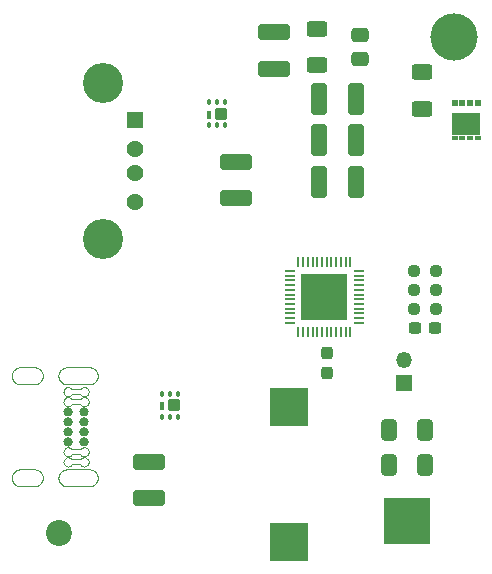
<source format=gbr>
%TF.GenerationSoftware,KiCad,Pcbnew,9.0.0*%
%TF.CreationDate,2026-01-14T01:15:15+05:30*%
%TF.ProjectId,PortablePower,506f7274-6162-46c6-9550-6f7765722e6b,rev?*%
%TF.SameCoordinates,Original*%
%TF.FileFunction,Soldermask,Top*%
%TF.FilePolarity,Negative*%
%FSLAX46Y46*%
G04 Gerber Fmt 4.6, Leading zero omitted, Abs format (unit mm)*
G04 Created by KiCad (PCBNEW 9.0.0) date 2026-01-14 01:15:15*
%MOMM*%
%LPD*%
G01*
G04 APERTURE LIST*
G04 Aperture macros list*
%AMRoundRect*
0 Rectangle with rounded corners*
0 $1 Rounding radius*
0 $2 $3 $4 $5 $6 $7 $8 $9 X,Y pos of 4 corners*
0 Add a 4 corners polygon primitive as box body*
4,1,4,$2,$3,$4,$5,$6,$7,$8,$9,$2,$3,0*
0 Add four circle primitives for the rounded corners*
1,1,$1+$1,$2,$3*
1,1,$1+$1,$4,$5*
1,1,$1+$1,$6,$7*
1,1,$1+$1,$8,$9*
0 Add four rect primitives between the rounded corners*
20,1,$1+$1,$2,$3,$4,$5,0*
20,1,$1+$1,$4,$5,$6,$7,0*
20,1,$1+$1,$6,$7,$8,$9,0*
20,1,$1+$1,$8,$9,$2,$3,0*%
G04 Aperture macros list end*
%ADD10C,0.387500*%
%ADD11C,0.010000*%
%ADD12RoundRect,0.250000X0.412500X0.650000X-0.412500X0.650000X-0.412500X-0.650000X0.412500X-0.650000X0*%
%ADD13R,0.500000X0.630000*%
%ADD14R,0.500000X0.410000*%
%ADD15R,2.450000X1.900000*%
%ADD16R,1.431000X1.431000*%
%ADD17C,1.431000*%
%ADD18C,3.390000*%
%ADD19RoundRect,0.050100X-0.099900X0.174900X-0.099900X-0.174900X0.099900X-0.174900X0.099900X0.174900X0*%
%ADD20RoundRect,0.050100X-0.099900X0.324900X-0.099900X-0.324900X0.099900X-0.324900X0.099900X0.324900X0*%
%ADD21RoundRect,0.050350X-0.424650X0.449650X-0.424650X-0.449650X0.424650X-0.449650X0.424650X0.449650X0*%
%ADD22R,4.000000X4.000000*%
%ADD23RoundRect,0.237500X-0.250000X-0.237500X0.250000X-0.237500X0.250000X0.237500X-0.250000X0.237500X0*%
%ADD24RoundRect,0.250000X-1.100000X0.412500X-1.100000X-0.412500X1.100000X-0.412500X1.100000X0.412500X0*%
%ADD25RoundRect,0.250000X0.625000X-0.400000X0.625000X0.400000X-0.625000X0.400000X-0.625000X-0.400000X0*%
%ADD26R,3.300000X3.175000*%
%ADD27RoundRect,0.237500X-0.300000X-0.237500X0.300000X-0.237500X0.300000X0.237500X-0.300000X0.237500X0*%
%ADD28RoundRect,0.250000X-0.412500X-1.100000X0.412500X-1.100000X0.412500X1.100000X-0.412500X1.100000X0*%
%ADD29C,4.000000*%
%ADD30C,2.200000*%
%ADD31R,0.200000X0.850000*%
%ADD32R,0.850000X0.200000*%
%ADD33R,3.900000X3.900000*%
%ADD34RoundRect,0.250000X-0.625000X0.400000X-0.625000X-0.400000X0.625000X-0.400000X0.625000X0.400000X0*%
%ADD35RoundRect,0.237500X0.237500X-0.300000X0.237500X0.300000X-0.237500X0.300000X-0.237500X-0.300000X0*%
%ADD36RoundRect,0.250000X0.475000X-0.337500X0.475000X0.337500X-0.475000X0.337500X-0.475000X-0.337500X0*%
%ADD37R,1.350000X1.350000*%
%ADD38O,1.350000X1.350000*%
G04 APERTURE END LIST*
D10*
%TO.C,J2*%
X121493750Y-119725000D02*
G75*
G02*
X121106250Y-119725000I-193750J0D01*
G01*
X121106250Y-119725000D02*
G75*
G02*
X121493750Y-119725000I193750J0D01*
G01*
X121493750Y-120575000D02*
G75*
G02*
X121106250Y-120575000I-193750J0D01*
G01*
X121106250Y-120575000D02*
G75*
G02*
X121493750Y-120575000I193750J0D01*
G01*
X121493750Y-121425000D02*
G75*
G02*
X121106250Y-121425000I-193750J0D01*
G01*
X121106250Y-121425000D02*
G75*
G02*
X121493750Y-121425000I193750J0D01*
G01*
X121493750Y-122275000D02*
G75*
G02*
X121106250Y-122275000I-193750J0D01*
G01*
X121106250Y-122275000D02*
G75*
G02*
X121493750Y-122275000I193750J0D01*
G01*
X122843750Y-119725000D02*
G75*
G02*
X122456250Y-119725000I-193750J0D01*
G01*
X122456250Y-119725000D02*
G75*
G02*
X122843750Y-119725000I193750J0D01*
G01*
X122843750Y-120575000D02*
G75*
G02*
X122456250Y-120575000I-193750J0D01*
G01*
X122456250Y-120575000D02*
G75*
G02*
X122843750Y-120575000I193750J0D01*
G01*
X122843750Y-121425000D02*
G75*
G02*
X122456250Y-121425000I-193750J0D01*
G01*
X122456250Y-121425000D02*
G75*
G02*
X122843750Y-121425000I193750J0D01*
G01*
X122843750Y-122275000D02*
G75*
G02*
X122456250Y-122275000I-193750J0D01*
G01*
X122456250Y-122275000D02*
G75*
G02*
X122843750Y-122275000I193750J0D01*
G01*
D11*
X122727920Y-118495410D02*
X122791400Y-118514210D01*
X122850740Y-118543540D01*
X122904230Y-118582550D01*
X122950300Y-118630090D01*
X122987600Y-118684770D01*
X123015060Y-118745010D01*
X123031850Y-118809040D01*
X123037510Y-118875000D01*
X123031850Y-118940960D01*
X123015060Y-119004990D01*
X122987600Y-119065230D01*
X122950300Y-119119910D01*
X122904230Y-119167450D01*
X122850740Y-119206460D01*
X122791400Y-119235790D01*
X122727920Y-119254590D01*
X122662180Y-119262310D01*
X122596070Y-119258730D01*
X122531550Y-119243950D01*
X122470480Y-119218410D01*
X122414640Y-119182840D01*
X122365680Y-119138290D01*
X122326620Y-119088500D01*
X121623380Y-119088500D01*
X121584320Y-119138290D01*
X121535360Y-119182840D01*
X121479520Y-119218410D01*
X121418450Y-119243950D01*
X121353930Y-119258730D01*
X121287820Y-119262310D01*
X121222080Y-119254590D01*
X121158600Y-119235790D01*
X121099260Y-119206460D01*
X121045770Y-119167450D01*
X120999700Y-119119910D01*
X120962400Y-119065230D01*
X120934940Y-119004990D01*
X120918150Y-118940960D01*
X120912490Y-118875000D01*
X120918150Y-118809040D01*
X120934940Y-118745010D01*
X120962400Y-118684770D01*
X120999700Y-118630090D01*
X121045770Y-118582550D01*
X121099260Y-118543540D01*
X121158600Y-118514210D01*
X121222080Y-118495410D01*
X121287820Y-118487690D01*
X121353930Y-118491270D01*
X121418450Y-118506050D01*
X121479520Y-118531590D01*
X121535360Y-118567160D01*
X121584320Y-118611710D01*
X121623380Y-118661500D01*
X122326620Y-118661500D01*
X122365680Y-118611710D01*
X122414640Y-118567160D01*
X122470480Y-118531590D01*
X122531550Y-118506050D01*
X122596070Y-118491270D01*
X122662180Y-118487690D01*
X122727920Y-118495410D01*
X122727920Y-122745410D02*
X122791400Y-122764210D01*
X122850740Y-122793540D01*
X122904230Y-122832550D01*
X122950300Y-122880090D01*
X122987600Y-122934770D01*
X123015060Y-122995010D01*
X123031850Y-123059040D01*
X123037510Y-123125000D01*
X123031850Y-123190960D01*
X123015060Y-123254990D01*
X122987600Y-123315230D01*
X122950300Y-123369910D01*
X122904230Y-123417450D01*
X122850740Y-123456460D01*
X122791400Y-123485790D01*
X122727920Y-123504590D01*
X122662180Y-123512310D01*
X122596070Y-123508730D01*
X122531550Y-123493950D01*
X122470480Y-123468410D01*
X122414640Y-123432840D01*
X122365680Y-123388290D01*
X122326620Y-123338500D01*
X121623380Y-123338500D01*
X121584320Y-123388290D01*
X121535360Y-123432840D01*
X121479520Y-123468410D01*
X121418450Y-123493950D01*
X121353930Y-123508730D01*
X121287820Y-123512310D01*
X121222080Y-123504590D01*
X121158600Y-123485790D01*
X121099260Y-123456460D01*
X121045770Y-123417450D01*
X120999700Y-123369910D01*
X120962400Y-123315230D01*
X120934940Y-123254990D01*
X120918150Y-123190960D01*
X120912490Y-123125000D01*
X120918150Y-123059040D01*
X120934940Y-122995010D01*
X120962400Y-122934770D01*
X120999700Y-122880090D01*
X121045770Y-122832550D01*
X121099260Y-122793540D01*
X121158600Y-122764210D01*
X121222080Y-122745410D01*
X121287820Y-122737690D01*
X121353930Y-122741270D01*
X121418450Y-122756050D01*
X121479520Y-122781590D01*
X121535360Y-122817160D01*
X121584320Y-122861710D01*
X121623380Y-122911500D01*
X122326620Y-122911500D01*
X122365680Y-122861710D01*
X122414640Y-122817160D01*
X122470480Y-122781590D01*
X122531550Y-122756050D01*
X122596070Y-122741270D01*
X122662180Y-122737690D01*
X122727920Y-122745410D01*
X122727920Y-117645410D02*
X122791400Y-117664210D01*
X122850740Y-117693540D01*
X122904230Y-117732550D01*
X122950300Y-117780090D01*
X122987600Y-117834770D01*
X123015060Y-117895010D01*
X123031850Y-117959040D01*
X123037510Y-118025000D01*
X123031850Y-118090960D01*
X123015060Y-118154990D01*
X122987600Y-118215230D01*
X122950300Y-118269910D01*
X122904230Y-118317450D01*
X122850740Y-118356460D01*
X122791400Y-118385790D01*
X122727920Y-118404590D01*
X122662180Y-118412310D01*
X122596070Y-118408730D01*
X122531550Y-118393950D01*
X122470480Y-118368410D01*
X122414640Y-118332840D01*
X122365680Y-118288290D01*
X122326620Y-118238500D01*
X121623380Y-118238500D01*
X121584320Y-118288290D01*
X121535360Y-118332840D01*
X121479520Y-118368410D01*
X121418450Y-118393950D01*
X121353930Y-118408730D01*
X121287820Y-118412310D01*
X121222080Y-118404590D01*
X121158600Y-118385790D01*
X121099260Y-118356460D01*
X121045770Y-118317450D01*
X120999700Y-118269910D01*
X120962400Y-118215230D01*
X120934940Y-118154990D01*
X120918150Y-118090960D01*
X120912490Y-118025000D01*
X120918150Y-117959040D01*
X120934940Y-117895010D01*
X120962400Y-117834770D01*
X120999700Y-117780090D01*
X121045770Y-117732550D01*
X121099260Y-117693540D01*
X121158600Y-117664210D01*
X121222080Y-117645410D01*
X121287820Y-117637690D01*
X121353930Y-117641270D01*
X121418450Y-117656050D01*
X121479520Y-117681590D01*
X121535360Y-117717160D01*
X121584320Y-117761710D01*
X121623380Y-117811500D01*
X122326620Y-117811500D01*
X122365680Y-117761710D01*
X122414640Y-117717160D01*
X122470480Y-117681590D01*
X122531550Y-117656050D01*
X122596070Y-117641270D01*
X122662180Y-117637690D01*
X122727920Y-117645410D01*
X122727920Y-123595410D02*
X122791400Y-123614210D01*
X122850740Y-123643540D01*
X122904230Y-123682550D01*
X122950300Y-123730090D01*
X122987600Y-123784770D01*
X123015060Y-123845010D01*
X123031850Y-123909040D01*
X123037510Y-123975000D01*
X123031850Y-124040960D01*
X123015060Y-124104990D01*
X122987600Y-124165230D01*
X122950300Y-124219910D01*
X122904230Y-124267450D01*
X122850740Y-124306460D01*
X122791400Y-124335790D01*
X122727920Y-124354590D01*
X122662180Y-124362310D01*
X122596070Y-124358730D01*
X122531550Y-124343950D01*
X122470480Y-124318410D01*
X122414640Y-124282840D01*
X122365680Y-124238290D01*
X122326620Y-124188500D01*
X121623380Y-124188500D01*
X121584320Y-124238290D01*
X121535360Y-124282840D01*
X121479520Y-124318410D01*
X121418450Y-124343950D01*
X121353930Y-124358730D01*
X121287820Y-124362310D01*
X121222080Y-124354590D01*
X121158600Y-124335790D01*
X121099260Y-124306460D01*
X121045770Y-124267450D01*
X120999700Y-124219910D01*
X120962400Y-124165230D01*
X120934940Y-124104990D01*
X120918150Y-124040960D01*
X120912490Y-123975000D01*
X120918150Y-123909040D01*
X120934940Y-123845010D01*
X120962400Y-123784770D01*
X120999700Y-123730090D01*
X121045770Y-123682550D01*
X121099260Y-123643540D01*
X121158600Y-123614210D01*
X121222080Y-123595410D01*
X121287820Y-123587690D01*
X121353930Y-123591270D01*
X121418450Y-123606050D01*
X121479520Y-123631590D01*
X121535360Y-123667160D01*
X121584320Y-123711710D01*
X121623380Y-123761500D01*
X122326620Y-123761500D01*
X122365680Y-123711710D01*
X122414640Y-123667160D01*
X122470480Y-123631590D01*
X122531550Y-123606050D01*
X122596070Y-123591270D01*
X122662180Y-123587690D01*
X122727920Y-123595410D01*
X118487340Y-115967480D02*
X118524580Y-115970410D01*
X118561620Y-115975280D01*
X118598340Y-115982090D01*
X118634670Y-115990810D01*
X118670480Y-116001420D01*
X118705700Y-116013890D01*
X118740210Y-116028190D01*
X118773920Y-116044270D01*
X118806750Y-116062090D01*
X118838600Y-116081610D01*
X118869380Y-116102770D01*
X118899020Y-116125510D01*
X118927420Y-116149770D01*
X118954520Y-116175480D01*
X118980230Y-116202580D01*
X119004490Y-116230980D01*
X119027230Y-116260620D01*
X119048390Y-116291400D01*
X119067910Y-116323250D01*
X119085730Y-116356080D01*
X119101810Y-116389790D01*
X119116110Y-116424300D01*
X119128580Y-116459520D01*
X119139190Y-116495330D01*
X119147910Y-116531660D01*
X119154720Y-116568380D01*
X119159590Y-116605420D01*
X119162520Y-116642660D01*
X119163500Y-116680000D01*
X119162520Y-116717340D01*
X119159590Y-116754580D01*
X119154720Y-116791620D01*
X119147910Y-116828340D01*
X119139190Y-116864670D01*
X119128580Y-116900480D01*
X119116110Y-116935700D01*
X119101810Y-116970210D01*
X119085730Y-117003920D01*
X119067910Y-117036750D01*
X119048390Y-117068600D01*
X119027230Y-117099380D01*
X119004490Y-117129020D01*
X118980230Y-117157420D01*
X118954520Y-117184520D01*
X118927420Y-117210230D01*
X118899020Y-117234490D01*
X118869380Y-117257230D01*
X118838600Y-117278390D01*
X118806750Y-117297910D01*
X118773920Y-117315730D01*
X118740210Y-117331810D01*
X118705700Y-117346110D01*
X118670480Y-117358580D01*
X118634670Y-117369190D01*
X118598340Y-117377910D01*
X118561620Y-117384720D01*
X118524580Y-117389590D01*
X118487340Y-117392520D01*
X118450000Y-117393500D01*
X117250000Y-117393500D01*
X117212660Y-117392520D01*
X117175420Y-117389590D01*
X117138380Y-117384720D01*
X117101660Y-117377910D01*
X117065330Y-117369190D01*
X117029520Y-117358580D01*
X116994300Y-117346110D01*
X116959790Y-117331810D01*
X116926080Y-117315730D01*
X116893250Y-117297910D01*
X116861400Y-117278390D01*
X116830620Y-117257230D01*
X116800980Y-117234490D01*
X116772580Y-117210230D01*
X116745480Y-117184520D01*
X116719770Y-117157420D01*
X116695510Y-117129020D01*
X116672770Y-117099380D01*
X116651610Y-117068600D01*
X116632090Y-117036750D01*
X116614270Y-117003920D01*
X116598190Y-116970210D01*
X116583890Y-116935700D01*
X116571420Y-116900480D01*
X116560810Y-116864670D01*
X116552090Y-116828340D01*
X116545280Y-116791620D01*
X116540410Y-116754580D01*
X116537480Y-116717340D01*
X116536500Y-116680000D01*
X116537480Y-116642660D01*
X116540410Y-116605420D01*
X116545280Y-116568380D01*
X116552090Y-116531660D01*
X116560810Y-116495330D01*
X116571420Y-116459520D01*
X116583890Y-116424300D01*
X116598190Y-116389790D01*
X116614270Y-116356080D01*
X116632090Y-116323250D01*
X116651610Y-116291400D01*
X116672770Y-116260620D01*
X116695510Y-116230980D01*
X116719770Y-116202580D01*
X116745480Y-116175480D01*
X116772580Y-116149770D01*
X116800980Y-116125510D01*
X116830620Y-116102770D01*
X116861400Y-116081610D01*
X116893250Y-116062090D01*
X116926080Y-116044270D01*
X116959790Y-116028190D01*
X116994300Y-116013890D01*
X117029520Y-116001420D01*
X117065330Y-115990810D01*
X117101660Y-115982090D01*
X117138380Y-115975280D01*
X117175420Y-115970410D01*
X117212660Y-115967480D01*
X117250000Y-115966500D01*
X118450000Y-115966500D01*
X118487340Y-115967480D01*
X118487340Y-124607480D02*
X118524580Y-124610410D01*
X118561620Y-124615280D01*
X118598340Y-124622090D01*
X118634670Y-124630810D01*
X118670480Y-124641420D01*
X118705700Y-124653890D01*
X118740210Y-124668190D01*
X118773920Y-124684270D01*
X118806750Y-124702090D01*
X118838600Y-124721610D01*
X118869380Y-124742770D01*
X118899020Y-124765510D01*
X118927420Y-124789770D01*
X118954520Y-124815480D01*
X118980230Y-124842580D01*
X119004490Y-124870980D01*
X119027230Y-124900620D01*
X119048390Y-124931400D01*
X119067910Y-124963250D01*
X119085730Y-124996080D01*
X119101810Y-125029790D01*
X119116110Y-125064300D01*
X119128580Y-125099520D01*
X119139190Y-125135330D01*
X119147910Y-125171660D01*
X119154720Y-125208380D01*
X119159590Y-125245420D01*
X119162520Y-125282660D01*
X119163500Y-125320000D01*
X119162520Y-125357340D01*
X119159590Y-125394580D01*
X119154720Y-125431620D01*
X119147910Y-125468340D01*
X119139190Y-125504670D01*
X119128580Y-125540480D01*
X119116110Y-125575700D01*
X119101810Y-125610210D01*
X119085730Y-125643920D01*
X119067910Y-125676750D01*
X119048390Y-125708600D01*
X119027230Y-125739380D01*
X119004490Y-125769020D01*
X118980230Y-125797420D01*
X118954520Y-125824520D01*
X118927420Y-125850230D01*
X118899020Y-125874490D01*
X118869380Y-125897230D01*
X118838600Y-125918390D01*
X118806750Y-125937910D01*
X118773920Y-125955730D01*
X118740210Y-125971810D01*
X118705700Y-125986110D01*
X118670480Y-125998580D01*
X118634670Y-126009190D01*
X118598340Y-126017910D01*
X118561620Y-126024720D01*
X118524580Y-126029590D01*
X118487340Y-126032520D01*
X118450000Y-126033500D01*
X117250000Y-126033500D01*
X117212660Y-126032520D01*
X117175420Y-126029590D01*
X117138380Y-126024720D01*
X117101660Y-126017910D01*
X117065330Y-126009190D01*
X117029520Y-125998580D01*
X116994300Y-125986110D01*
X116959790Y-125971810D01*
X116926080Y-125955730D01*
X116893250Y-125937910D01*
X116861400Y-125918390D01*
X116830620Y-125897230D01*
X116800980Y-125874490D01*
X116772580Y-125850230D01*
X116745480Y-125824520D01*
X116719770Y-125797420D01*
X116695510Y-125769020D01*
X116672770Y-125739380D01*
X116651610Y-125708600D01*
X116632090Y-125676750D01*
X116614270Y-125643920D01*
X116598190Y-125610210D01*
X116583890Y-125575700D01*
X116571420Y-125540480D01*
X116560810Y-125504670D01*
X116552090Y-125468340D01*
X116545280Y-125431620D01*
X116540410Y-125394580D01*
X116537480Y-125357340D01*
X116536500Y-125320000D01*
X116537480Y-125282660D01*
X116540410Y-125245420D01*
X116545280Y-125208380D01*
X116552090Y-125171660D01*
X116560810Y-125135330D01*
X116571420Y-125099520D01*
X116583890Y-125064300D01*
X116598190Y-125029790D01*
X116614270Y-124996080D01*
X116632090Y-124963250D01*
X116651610Y-124931400D01*
X116672770Y-124900620D01*
X116695510Y-124870980D01*
X116719770Y-124842580D01*
X116745480Y-124815480D01*
X116772580Y-124789770D01*
X116800980Y-124765510D01*
X116830620Y-124742770D01*
X116861400Y-124721610D01*
X116893250Y-124702090D01*
X116926080Y-124684270D01*
X116959790Y-124668190D01*
X116994300Y-124653890D01*
X117029520Y-124641420D01*
X117065330Y-124630810D01*
X117101660Y-124622090D01*
X117138380Y-124615280D01*
X117175420Y-124610410D01*
X117212660Y-124607480D01*
X117250000Y-124606500D01*
X118450000Y-124606500D01*
X118487340Y-124607480D01*
X123137340Y-115967480D02*
X123174580Y-115970410D01*
X123211620Y-115975280D01*
X123248340Y-115982090D01*
X123284670Y-115990810D01*
X123320480Y-116001420D01*
X123355700Y-116013890D01*
X123390210Y-116028190D01*
X123423920Y-116044270D01*
X123456750Y-116062090D01*
X123488600Y-116081610D01*
X123519380Y-116102770D01*
X123549020Y-116125510D01*
X123577420Y-116149770D01*
X123604520Y-116175480D01*
X123630230Y-116202580D01*
X123654490Y-116230980D01*
X123677230Y-116260620D01*
X123698390Y-116291400D01*
X123717910Y-116323250D01*
X123735730Y-116356080D01*
X123751810Y-116389790D01*
X123766110Y-116424300D01*
X123778580Y-116459520D01*
X123789190Y-116495330D01*
X123797910Y-116531660D01*
X123804720Y-116568380D01*
X123809590Y-116605420D01*
X123812520Y-116642660D01*
X123813500Y-116680000D01*
X123812520Y-116717340D01*
X123809590Y-116754580D01*
X123804720Y-116791620D01*
X123797910Y-116828340D01*
X123789190Y-116864670D01*
X123778580Y-116900480D01*
X123766110Y-116935700D01*
X123751810Y-116970210D01*
X123735730Y-117003920D01*
X123717910Y-117036750D01*
X123698390Y-117068600D01*
X123677230Y-117099380D01*
X123654490Y-117129020D01*
X123630230Y-117157420D01*
X123604520Y-117184520D01*
X123577420Y-117210230D01*
X123549020Y-117234490D01*
X123519380Y-117257230D01*
X123488600Y-117278390D01*
X123456750Y-117297910D01*
X123423920Y-117315730D01*
X123390210Y-117331810D01*
X123355700Y-117346110D01*
X123320480Y-117358580D01*
X123284670Y-117369190D01*
X123248340Y-117377910D01*
X123211620Y-117384720D01*
X123174580Y-117389590D01*
X123137340Y-117392520D01*
X123100000Y-117393500D01*
X121200000Y-117393500D01*
X121162660Y-117392520D01*
X121125420Y-117389590D01*
X121088380Y-117384720D01*
X121051660Y-117377910D01*
X121015330Y-117369190D01*
X120979520Y-117358580D01*
X120944300Y-117346110D01*
X120909790Y-117331810D01*
X120876080Y-117315730D01*
X120843250Y-117297910D01*
X120811400Y-117278390D01*
X120780620Y-117257230D01*
X120750980Y-117234490D01*
X120722580Y-117210230D01*
X120695480Y-117184520D01*
X120669770Y-117157420D01*
X120645510Y-117129020D01*
X120622770Y-117099380D01*
X120601610Y-117068600D01*
X120582090Y-117036750D01*
X120564270Y-117003920D01*
X120548190Y-116970210D01*
X120533890Y-116935700D01*
X120521420Y-116900480D01*
X120510810Y-116864670D01*
X120502090Y-116828340D01*
X120495280Y-116791620D01*
X120490410Y-116754580D01*
X120487480Y-116717340D01*
X120486500Y-116680000D01*
X120487480Y-116642660D01*
X120490410Y-116605420D01*
X120495280Y-116568380D01*
X120502090Y-116531660D01*
X120510810Y-116495330D01*
X120521420Y-116459520D01*
X120533890Y-116424300D01*
X120548190Y-116389790D01*
X120564270Y-116356080D01*
X120582090Y-116323250D01*
X120601610Y-116291400D01*
X120622770Y-116260620D01*
X120645510Y-116230980D01*
X120669770Y-116202580D01*
X120695480Y-116175480D01*
X120722580Y-116149770D01*
X120750980Y-116125510D01*
X120780620Y-116102770D01*
X120811400Y-116081610D01*
X120843250Y-116062090D01*
X120876080Y-116044270D01*
X120909790Y-116028190D01*
X120944300Y-116013890D01*
X120979520Y-116001420D01*
X121015330Y-115990810D01*
X121051660Y-115982090D01*
X121088380Y-115975280D01*
X121125420Y-115970410D01*
X121162660Y-115967480D01*
X121200000Y-115966500D01*
X123100000Y-115966500D01*
X123137340Y-115967480D01*
X123137340Y-124607480D02*
X123174580Y-124610410D01*
X123211620Y-124615280D01*
X123248340Y-124622090D01*
X123284670Y-124630810D01*
X123320480Y-124641420D01*
X123355700Y-124653890D01*
X123390210Y-124668190D01*
X123423920Y-124684270D01*
X123456750Y-124702090D01*
X123488600Y-124721610D01*
X123519380Y-124742770D01*
X123549020Y-124765510D01*
X123577420Y-124789770D01*
X123604520Y-124815480D01*
X123630230Y-124842580D01*
X123654490Y-124870980D01*
X123677230Y-124900620D01*
X123698390Y-124931400D01*
X123717910Y-124963250D01*
X123735730Y-124996080D01*
X123751810Y-125029790D01*
X123766110Y-125064300D01*
X123778580Y-125099520D01*
X123789190Y-125135330D01*
X123797910Y-125171660D01*
X123804720Y-125208380D01*
X123809590Y-125245420D01*
X123812520Y-125282660D01*
X123813500Y-125320000D01*
X123812520Y-125357340D01*
X123809590Y-125394580D01*
X123804720Y-125431620D01*
X123797910Y-125468340D01*
X123789190Y-125504670D01*
X123778580Y-125540480D01*
X123766110Y-125575700D01*
X123751810Y-125610210D01*
X123735730Y-125643920D01*
X123717910Y-125676750D01*
X123698390Y-125708600D01*
X123677230Y-125739380D01*
X123654490Y-125769020D01*
X123630230Y-125797420D01*
X123604520Y-125824520D01*
X123577420Y-125850230D01*
X123549020Y-125874490D01*
X123519380Y-125897230D01*
X123488600Y-125918390D01*
X123456750Y-125937910D01*
X123423920Y-125955730D01*
X123390210Y-125971810D01*
X123355700Y-125986110D01*
X123320480Y-125998580D01*
X123284670Y-126009190D01*
X123248340Y-126017910D01*
X123211620Y-126024720D01*
X123174580Y-126029590D01*
X123137340Y-126032520D01*
X123100000Y-126033500D01*
X121200000Y-126033500D01*
X121162660Y-126032520D01*
X121125420Y-126029590D01*
X121088380Y-126024720D01*
X121051660Y-126017910D01*
X121015330Y-126009190D01*
X120979520Y-125998580D01*
X120944300Y-125986110D01*
X120909790Y-125971810D01*
X120876080Y-125955730D01*
X120843250Y-125937910D01*
X120811400Y-125918390D01*
X120780620Y-125897230D01*
X120750980Y-125874490D01*
X120722580Y-125850230D01*
X120695480Y-125824520D01*
X120669770Y-125797420D01*
X120645510Y-125769020D01*
X120622770Y-125739380D01*
X120601610Y-125708600D01*
X120582090Y-125676750D01*
X120564270Y-125643920D01*
X120548190Y-125610210D01*
X120533890Y-125575700D01*
X120521420Y-125540480D01*
X120510810Y-125504670D01*
X120502090Y-125468340D01*
X120495280Y-125431620D01*
X120490410Y-125394580D01*
X120487480Y-125357340D01*
X120486500Y-125320000D01*
X120487480Y-125282660D01*
X120490410Y-125245420D01*
X120495280Y-125208380D01*
X120502090Y-125171660D01*
X120510810Y-125135330D01*
X120521420Y-125099520D01*
X120533890Y-125064300D01*
X120548190Y-125029790D01*
X120564270Y-124996080D01*
X120582090Y-124963250D01*
X120601610Y-124931400D01*
X120622770Y-124900620D01*
X120645510Y-124870980D01*
X120669770Y-124842580D01*
X120695480Y-124815480D01*
X120722580Y-124789770D01*
X120750980Y-124765510D01*
X120780620Y-124742770D01*
X120811400Y-124721610D01*
X120843250Y-124702090D01*
X120876080Y-124684270D01*
X120909790Y-124668190D01*
X120944300Y-124653890D01*
X120979520Y-124641420D01*
X121015330Y-124630810D01*
X121051660Y-124622090D01*
X121088380Y-124615280D01*
X121125420Y-124610410D01*
X121162660Y-124607480D01*
X121200000Y-124606500D01*
X123100000Y-124606500D01*
X123137340Y-124607480D01*
%TD*%
D12*
%TO.C,C2*%
X151562500Y-121250000D03*
X148437500Y-121250000D03*
%TD*%
D13*
%TO.C,Q4*%
X155975000Y-93565000D03*
X155325000Y-93565000D03*
X154675000Y-93565000D03*
X154025000Y-93565000D03*
D14*
X154025000Y-96545000D03*
X154675000Y-96545000D03*
X155325000Y-96545000D03*
X155975000Y-96545000D03*
D15*
X155000000Y-95390000D03*
%TD*%
D16*
%TO.C,J1*%
X127000000Y-95000000D03*
D17*
X127000000Y-97500000D03*
X127000000Y-99500000D03*
X127000000Y-102000000D03*
D18*
X124290000Y-91930000D03*
X124290000Y-105070000D03*
%TD*%
D19*
%TO.C,Q2*%
X134569200Y-93503200D03*
X133919200Y-93503200D03*
X133269200Y-93503200D03*
X133269200Y-95453200D03*
X133919200Y-95453200D03*
X134569200Y-95453200D03*
D20*
X133269200Y-94573200D03*
D21*
X134244200Y-94478200D03*
%TD*%
D22*
%TO.C,TP13*%
X150000000Y-129000000D03*
%TD*%
D23*
%TO.C,R2*%
X150587500Y-111000000D03*
X152412500Y-111000000D03*
%TD*%
D24*
%TO.C,C5*%
X135534400Y-98538900D03*
X135534400Y-101663900D03*
%TD*%
D25*
%TO.C,R8*%
X151300000Y-94050000D03*
X151300000Y-90950000D03*
%TD*%
D26*
%TO.C,L1*%
X140000000Y-130715000D03*
X140000000Y-119285000D03*
%TD*%
D23*
%TO.C,R5*%
X150587500Y-107800000D03*
X152412500Y-107800000D03*
%TD*%
D27*
%TO.C,C11*%
X150637500Y-112600000D03*
X152362500Y-112600000D03*
%TD*%
D28*
%TO.C,C10*%
X142562500Y-93250000D03*
X145687500Y-93250000D03*
%TD*%
D29*
%TO.C,TP12*%
X154000000Y-88000000D03*
%TD*%
D30*
%TO.C,H1*%
X120500000Y-130000000D03*
%TD*%
D31*
%TO.C,IC1*%
X140800000Y-112950000D03*
X141200000Y-112950000D03*
X141600000Y-112950000D03*
X142000000Y-112950000D03*
X142400000Y-112950000D03*
X142800000Y-112950000D03*
X143200000Y-112950000D03*
X143600000Y-112950000D03*
X144000000Y-112950000D03*
X144400000Y-112950000D03*
X144800000Y-112950000D03*
X145200000Y-112950000D03*
D32*
X145950000Y-112200000D03*
X145950000Y-111800000D03*
X145950000Y-111400000D03*
X145950000Y-111000000D03*
X145950000Y-110600000D03*
X145950000Y-110200000D03*
X145950000Y-109800000D03*
X145950000Y-109400000D03*
X145950000Y-109000000D03*
X145950000Y-108600000D03*
X145950000Y-108200000D03*
X145950000Y-107800000D03*
D31*
X145200000Y-107050000D03*
X144800000Y-107050000D03*
X144400000Y-107050000D03*
X144000000Y-107050000D03*
X143600000Y-107050000D03*
X143200000Y-107050000D03*
X142800000Y-107050000D03*
X142400000Y-107050000D03*
X142000000Y-107050000D03*
X141600000Y-107050000D03*
X141200000Y-107050000D03*
X140800000Y-107050000D03*
D32*
X140050000Y-107800000D03*
X140050000Y-108200000D03*
X140050000Y-108600000D03*
X140050000Y-109000000D03*
X140050000Y-109400000D03*
X140050000Y-109800000D03*
X140050000Y-110200000D03*
X140050000Y-110600000D03*
X140050000Y-111000000D03*
X140050000Y-111400000D03*
X140050000Y-111800000D03*
X140050000Y-112200000D03*
D33*
X143000000Y-110000000D03*
%TD*%
D28*
%TO.C,C9*%
X142562500Y-100250000D03*
X145687500Y-100250000D03*
%TD*%
%TO.C,C8*%
X142562500Y-96750000D03*
X145687500Y-96750000D03*
%TD*%
D34*
%TO.C,R1*%
X142342200Y-87281000D03*
X142342200Y-90381000D03*
%TD*%
D19*
%TO.C,Q1*%
X130584700Y-118201800D03*
X129934700Y-118201800D03*
X129284700Y-118201800D03*
X129284700Y-120151800D03*
X129934700Y-120151800D03*
X130584700Y-120151800D03*
D20*
X129284700Y-119271800D03*
D21*
X130259700Y-119176800D03*
%TD*%
D24*
%TO.C,C4*%
X128139464Y-123937500D03*
X128139464Y-127062500D03*
%TD*%
%TO.C,C6*%
X138750000Y-87602500D03*
X138750000Y-90727500D03*
%TD*%
D35*
%TO.C,C3*%
X143200000Y-116432500D03*
X143200000Y-114707500D03*
%TD*%
D36*
%TO.C,C7*%
X146038300Y-89868500D03*
X146038300Y-87793500D03*
%TD*%
D12*
%TO.C,C1*%
X151562500Y-124250000D03*
X148437500Y-124250000D03*
%TD*%
D23*
%TO.C,R3*%
X150587500Y-109400000D03*
X152412500Y-109400000D03*
%TD*%
D37*
%TO.C,TP1*%
X149750000Y-117300000D03*
D38*
X149750000Y-115300000D03*
%TD*%
M02*

</source>
